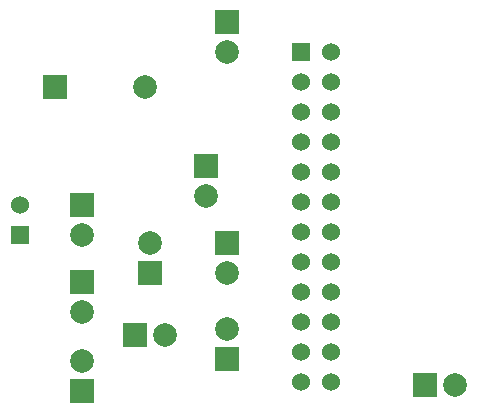
<source format=gbs>
G04 (created by PCBNEW (2013-07-07 BZR 4022)-stable) date 16.5.2014 14:16:54*
%MOIN*%
G04 Gerber Fmt 3.4, Leading zero omitted, Abs format*
%FSLAX34Y34*%
G01*
G70*
G90*
G04 APERTURE LIST*
%ADD10C,0.00590551*%
%ADD11R,0.06X0.06*%
%ADD12C,0.06*%
%ADD13R,0.0787X0.0787*%
%ADD14C,0.0787*%
G04 APERTURE END LIST*
G54D10*
G54D11*
X28838Y-23629D03*
G54D12*
X28838Y-22629D03*
G54D11*
X38181Y-17531D03*
G54D12*
X39181Y-17531D03*
X38181Y-18531D03*
X39181Y-18531D03*
X38181Y-19531D03*
X39181Y-19531D03*
X38181Y-20531D03*
X39181Y-20531D03*
X38181Y-21531D03*
X39181Y-21531D03*
X38181Y-22531D03*
X39181Y-22531D03*
X38181Y-23531D03*
X39181Y-23531D03*
X38181Y-24531D03*
X39181Y-24531D03*
X38181Y-25531D03*
X39181Y-25531D03*
X38181Y-26531D03*
X39181Y-26531D03*
X38181Y-27531D03*
X39181Y-27531D03*
X38181Y-28531D03*
X39181Y-28531D03*
G54D13*
X35728Y-16527D03*
G54D14*
X35728Y-17527D03*
G54D13*
X35039Y-21350D03*
G54D14*
X35039Y-22350D03*
G54D13*
X33169Y-24909D03*
G54D14*
X33169Y-23909D03*
G54D13*
X35728Y-27763D03*
G54D14*
X35728Y-26763D03*
G54D13*
X42314Y-28641D03*
G54D14*
X43314Y-28641D03*
G54D13*
X30905Y-28846D03*
G54D14*
X30905Y-27846D03*
G54D13*
X30905Y-22629D03*
G54D14*
X30905Y-23629D03*
G54D13*
X30905Y-25188D03*
G54D14*
X30905Y-26188D03*
G54D13*
X32669Y-26968D03*
G54D14*
X33669Y-26968D03*
G54D13*
X35728Y-23909D03*
G54D14*
X35728Y-24909D03*
G54D13*
X29996Y-18700D03*
G54D14*
X32996Y-18700D03*
M02*

</source>
